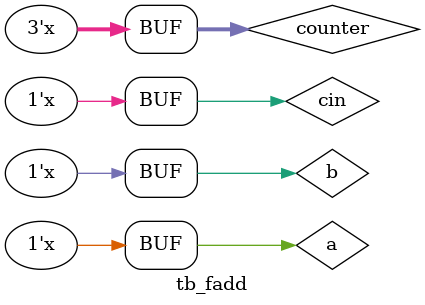
<source format=v>
`timescale 1ns/1ps
`include "fadd.v"

module tb_fadd;
reg a, b, cin;
wire sum, cout;
reg [2:0] counter;

//Instantiate
fadd uut(
    .a(a),
    .b(b),
    .cin(cin),
    .sum(sum),
    .cout(cout)
);
//Initialize
initial begin
    $dumpfile("tb_fadd.vcd");
    $dumpvars(0, tb_fadd);
    a   = 0;
    b   = 0;
    cin = 0;
    counter = 0;
    //#1000 $finish;
end

always #50 counter = counter + 1;
always #50 {a,b,cin} = counter;

endmodule
</source>
